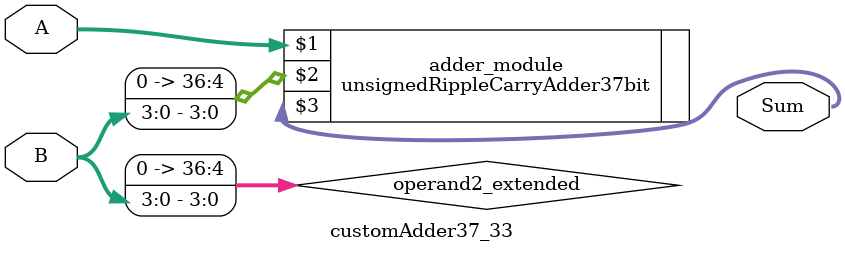
<source format=v>
module customAdder37_33(
                        input [36 : 0] A,
                        input [3 : 0] B,
                        
                        output [37 : 0] Sum
                );

        wire [36 : 0] operand2_extended;
        
        assign operand2_extended =  {33'b0, B};
        
        unsignedRippleCarryAdder37bit adder_module(
            A,
            operand2_extended,
            Sum
        );
        
        endmodule
        
</source>
